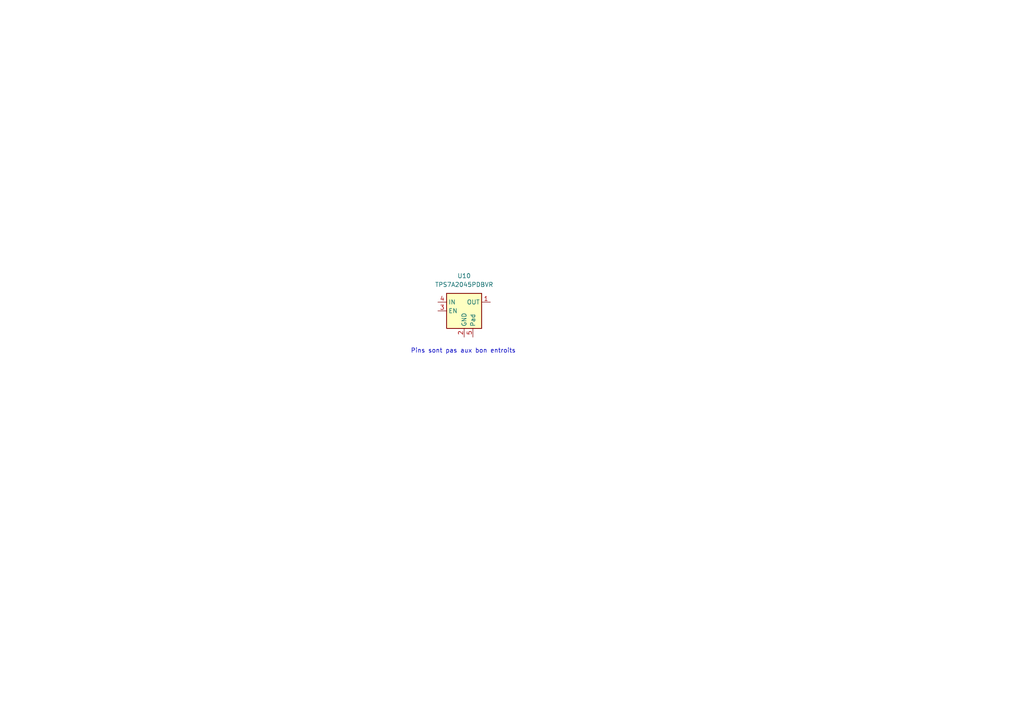
<source format=kicad_sch>
(kicad_sch (version 20250114) (generator "eeschema") (generator_version "9.0")
  (paper "A4")
  (lib_symbols
    (symbol "Regulator_Linear:TPS7A20xxxDQN"
      (property "Reference" "U" (at -3.81 6.35 0))
      (property "Value" "TPS7A20xxxDQN" (at 6.35 6.35 0))
      (symbol "TPS7A20xxxDQN_0_1"
        (rectangle (start -5.08 5.08) (end 5.08 -5.08) (stroke (width 0.254)) (fill (type background)))
        (pin power_in line (at -7.62 2.54 0) (length 2.54) (name "IN") (number "4"))
        (pin input line (at -7.62 0 0) (length 2.54) (name "EN") (number "3"))
        (pin power_in line (at 0 -7.62 90) (length 2.54) (name "GND") (number "2"))
        (pin power_out line (at 7.62 2.54 180) (length 2.54) (name "OUT") (number "1"))
      )
      (symbol "TPS7A20xxxDQN_1_1"
        (pin passive line (at 2.54 -7.62 90) (length 2.54) (name "Pad") (number "5"))
      )
    )
  )
  (text "Pins sont pas aux bon entroits" (at 134.366 101.854 0) (effects (font (size 1.27 1.27))))
  (symbol (lib_id "Regulator_Linear:TPS7A20xxxDQN") (at 134.62 90.17 0) (unit 1)
    (property "Reference" "U10" (at 134.62 80.01 0))
    (property "Value" "TPS7A2045PDBVR" (at 134.62 82.55 0))
    (property "Footprint" "Package_SON:Texas_X2SON-4_1x1mm_P0.65mm" (effects (hide yes)))
    (property "Datasheet" "https://www.ti.com/lit/ds/symlink/tps7a20.pdf" (effects (hide yes)))
    (property "Description" "300 mA Low Dropout Voltage Regulator, Fixed Output, 1.6..6.0Vin, Low-Noise (7μV RMS), 6.5μA IQ LDO, X2SON-5" (effects (hide yes)))
  )
)
</source>
